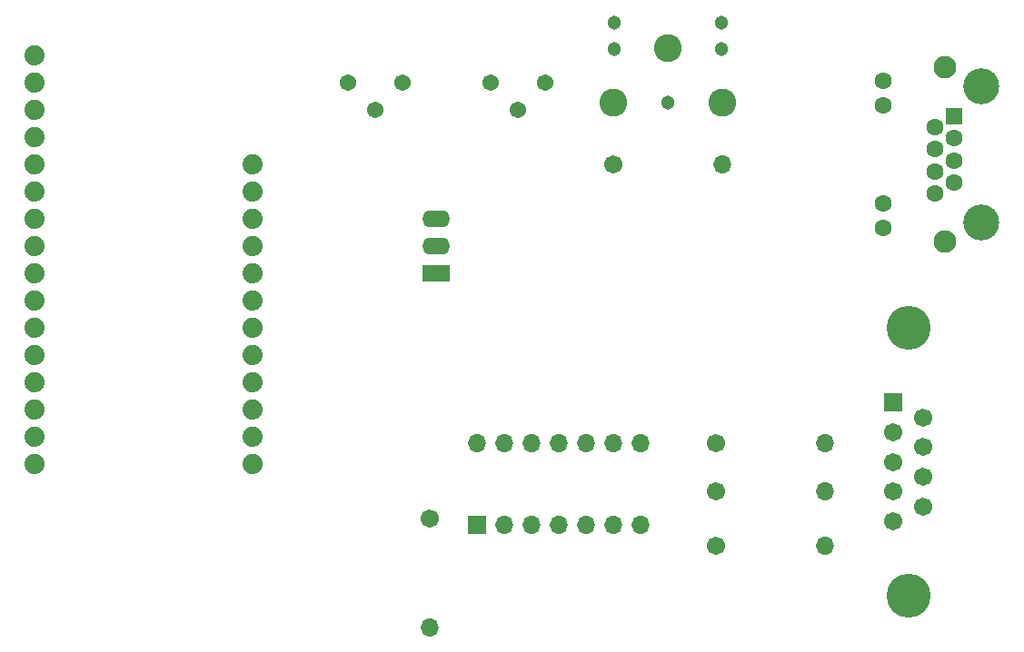
<source format=gbs>
G04 #@! TF.GenerationSoftware,KiCad,Pcbnew,(5.0.0)*
G04 #@! TF.CreationDate,2021-05-18T20:46:35-04:00*
G04 #@! TF.ProjectId,CustomSID_PCB,437573746F6D5349445F5043422E6B69,rev?*
G04 #@! TF.SameCoordinates,Original*
G04 #@! TF.FileFunction,Soldermask,Bot*
G04 #@! TF.FilePolarity,Negative*
%FSLAX46Y46*%
G04 Gerber Fmt 4.6, Leading zero omitted, Abs format (unit mm)*
G04 Created by KiCad (PCBNEW (5.0.0)) date 05/18/21 20:46:35*
%MOMM*%
%LPD*%
G01*
G04 APERTURE LIST*
%ADD10R,1.601600X1.601600*%
%ADD11C,1.601600*%
%ADD12C,3.351600*%
%ADD13C,2.101600*%
%ADD14C,1.541600*%
%ADD15C,2.601600*%
%ADD16C,1.301600*%
%ADD17C,1.701600*%
%ADD18O,1.701600X1.701600*%
%ADD19R,1.701600X1.701600*%
%ADD20C,1.879600*%
%ADD21R,2.601600X1.601600*%
%ADD22O,2.601600X1.601600*%
%ADD23C,4.101600*%
G04 APERTURE END LIST*
D10*
G04 #@! TO.C,J1*
X191135000Y-75565000D03*
D11*
X191135000Y-77605000D03*
X191135000Y-79645000D03*
X191135000Y-81685000D03*
X189355000Y-76585000D03*
X189355000Y-78625000D03*
X189355000Y-80665000D03*
X189355000Y-82705000D03*
D12*
X193675000Y-72775000D03*
X193675000Y-85475000D03*
D13*
X190245000Y-87255000D03*
X190245000Y-70995000D03*
D11*
X184535000Y-72265000D03*
X184535000Y-74555000D03*
X184535000Y-83695000D03*
X184535000Y-85985000D03*
G04 #@! TD*
D14*
G04 #@! TO.C,RV2*
X147955000Y-72390000D03*
X150495000Y-74930000D03*
X153035000Y-72390000D03*
G04 #@! TD*
D15*
G04 #@! TO.C,J3*
X159385000Y-74295000D03*
X169545000Y-74295000D03*
X164465000Y-69215000D03*
D16*
X169465000Y-69295000D03*
X159465000Y-69295000D03*
X159465000Y-66795000D03*
X169465000Y-66795000D03*
X164465000Y-74295000D03*
G04 #@! TD*
D17*
G04 #@! TO.C,R5*
X159385000Y-80010000D03*
D18*
X169545000Y-80010000D03*
G04 #@! TD*
D17*
G04 #@! TO.C,R4*
X142240000Y-113030000D03*
D18*
X142240000Y-123190000D03*
G04 #@! TD*
D14*
G04 #@! TO.C,RV1*
X139700000Y-72390000D03*
X137160000Y-74930000D03*
X134620000Y-72390000D03*
G04 #@! TD*
D19*
G04 #@! TO.C,U4*
X146685000Y-113665000D03*
D18*
X161925000Y-106045000D03*
X149225000Y-113665000D03*
X159385000Y-106045000D03*
X151765000Y-113665000D03*
X156845000Y-106045000D03*
X154305000Y-113665000D03*
X154305000Y-106045000D03*
X156845000Y-113665000D03*
X151765000Y-106045000D03*
X159385000Y-113665000D03*
X149225000Y-106045000D03*
X161925000Y-113665000D03*
X146685000Y-106045000D03*
G04 #@! TD*
D20*
G04 #@! TO.C,U1*
X105410000Y-69850000D03*
X105410000Y-74930000D03*
X105410000Y-77470000D03*
X105410000Y-80010000D03*
X105410000Y-82550000D03*
X105410000Y-85090000D03*
X105410000Y-87630000D03*
X105410000Y-90170000D03*
X105410000Y-92710000D03*
X105410000Y-95250000D03*
X105410000Y-97790000D03*
X105410000Y-100330000D03*
X105410000Y-102870000D03*
X105410000Y-105410000D03*
X105410000Y-107950000D03*
X125730000Y-107950000D03*
X125730000Y-105410000D03*
X125730000Y-102870000D03*
X125730000Y-100330000D03*
X125730000Y-97790000D03*
X125730000Y-95250000D03*
X125730000Y-92710000D03*
X125730000Y-90170000D03*
X125730000Y-87630000D03*
X125730000Y-85090000D03*
X125730000Y-82550000D03*
X125730000Y-80010000D03*
X105410000Y-72390000D03*
G04 #@! TD*
D21*
G04 #@! TO.C,U2*
X142875000Y-90170000D03*
D22*
X142875000Y-87630000D03*
X142875000Y-85090000D03*
G04 #@! TD*
D19*
G04 #@! TO.C,J2*
X185420000Y-102235000D03*
D17*
X185420000Y-105005000D03*
X185420000Y-107775000D03*
X185420000Y-110545000D03*
X185420000Y-113315000D03*
X188260000Y-103620000D03*
X188260000Y-106390000D03*
X188260000Y-109160000D03*
X188260000Y-111930000D03*
D23*
X186840000Y-120275000D03*
X186840000Y-95275000D03*
G04 #@! TD*
D17*
G04 #@! TO.C,R3*
X168910000Y-115570000D03*
D18*
X179070000Y-115570000D03*
G04 #@! TD*
G04 #@! TO.C,R2*
X179070000Y-110490000D03*
D17*
X168910000Y-110490000D03*
G04 #@! TD*
G04 #@! TO.C,R1*
X168910000Y-106045000D03*
D18*
X179070000Y-106045000D03*
G04 #@! TD*
M02*

</source>
